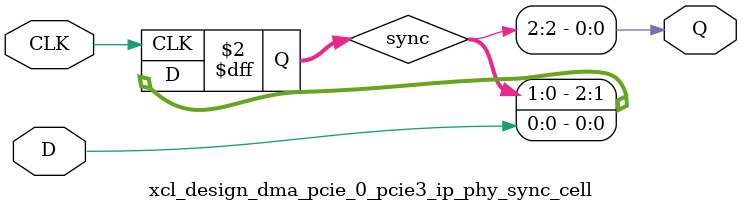
<source format=v>





`timescale 1ps / 1ps



//-------------------------------------------------------------------------------------------------
//  Synchronizer Library Module
//-------------------------------------------------------------------------------------------------
module xcl_design_dma_pcie_0_pcie3_ip_phy_sync_cell #
(
    parameter integer STAGE = 2
)
(
    //-------------------------------------------------------------------------- 
    //  Input Ports
    //-------------------------------------------------------------------------- 
    input                               CLK,
    input                               D,
    
    //-------------------------------------------------------------------------- 
    //  Output Ports
    //-------------------------------------------------------------------------- 
    output                              Q
);

    //-------------------------------------------------------------------------- 
    //  Synchronized Signals
    //--------------------------------------------------------------------------  
    (* KEEP = "TRUE", ASYNC_REG = "TRUE", SHIFT_EXTRACT = "NO" *) reg [STAGE:0] sync;                                                            



//--------------------------------------------------------------------------------------------------
//  Synchronizier
//--------------------------------------------------------------------------------------------------
always @ (posedge CLK)
begin

    sync <= {sync[(STAGE-1):0], D};
            
end   



//--------------------------------------------------------------------------------------------------
//  Generate Output
//--------------------------------------------------------------------------------------------------
assign Q = sync[STAGE];


endmodule


</source>
